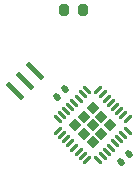
<source format=gtp>
%TF.GenerationSoftware,KiCad,Pcbnew,7.0.2-6a45011f42~172~ubuntu22.04.1*%
%TF.CreationDate,2023-05-29T16:58:52-07:00*%
%TF.ProjectId,comm_v0p5,636f6d6d-5f76-4307-9035-2e6b69636164,rev?*%
%TF.SameCoordinates,Original*%
%TF.FileFunction,Paste,Top*%
%TF.FilePolarity,Positive*%
%FSLAX46Y46*%
G04 Gerber Fmt 4.6, Leading zero omitted, Abs format (unit mm)*
G04 Created by KiCad (PCBNEW 7.0.2-6a45011f42~172~ubuntu22.04.1) date 2023-05-29 16:58:52*
%MOMM*%
%LPD*%
G01*
G04 APERTURE LIST*
G04 Aperture macros list*
%AMRoundRect*
0 Rectangle with rounded corners*
0 $1 Rounding radius*
0 $2 $3 $4 $5 $6 $7 $8 $9 X,Y pos of 4 corners*
0 Add a 4 corners polygon primitive as box body*
4,1,4,$2,$3,$4,$5,$6,$7,$8,$9,$2,$3,0*
0 Add four circle primitives for the rounded corners*
1,1,$1+$1,$2,$3*
1,1,$1+$1,$4,$5*
1,1,$1+$1,$6,$7*
1,1,$1+$1,$8,$9*
0 Add four rect primitives between the rounded corners*
20,1,$1+$1,$2,$3,$4,$5,0*
20,1,$1+$1,$4,$5,$6,$7,0*
20,1,$1+$1,$6,$7,$8,$9,0*
20,1,$1+$1,$8,$9,$2,$3,0*%
%AMRotRect*
0 Rectangle, with rotation*
0 The origin of the aperture is its center*
0 $1 length*
0 $2 width*
0 $3 Rotation angle, in degrees counterclockwise*
0 Add horizontal line*
21,1,$1,$2,0,0,$3*%
G04 Aperture macros list end*
%ADD10RoundRect,0.200000X0.200000X0.275000X-0.200000X0.275000X-0.200000X-0.275000X0.200000X-0.275000X0*%
%ADD11RoundRect,0.140000X0.021213X-0.219203X0.219203X-0.021213X-0.021213X0.219203X-0.219203X0.021213X0*%
%ADD12RoundRect,0.207500X-0.293449X0.000000X0.000000X-0.293449X0.293449X0.000000X0.000000X0.293449X0*%
%ADD13RoundRect,0.062500X-0.309359X0.220971X0.220971X-0.309359X0.309359X-0.220971X-0.220971X0.309359X0*%
%ADD14RoundRect,0.062500X-0.309359X-0.220971X-0.220971X-0.309359X0.309359X0.220971X0.220971X0.309359X0*%
%ADD15RoundRect,0.140000X-0.021213X0.219203X-0.219203X0.021213X0.021213X-0.219203X0.219203X-0.021213X0*%
%ADD16RotRect,0.400000X1.900000X225.000000*%
G04 APERTURE END LIST*
D10*
%TO.C,R5*%
X74993000Y-63144400D03*
X73343000Y-63144400D03*
%TD*%
D11*
%TO.C,C2*%
X78147689Y-76005611D03*
X78826511Y-75326789D03*
%TD*%
D12*
%TO.C,U1*%
X75776500Y-71458460D03*
X75048180Y-72186780D03*
X74319860Y-72915100D03*
X76504820Y-72186780D03*
X75776500Y-72915100D03*
X75048180Y-73643420D03*
X77233140Y-72915100D03*
X76504820Y-73643420D03*
X75776500Y-74371740D03*
D13*
X75290364Y-69954090D03*
X74936811Y-70307644D03*
X74583257Y-70661197D03*
X74229704Y-71014751D03*
X73876151Y-71368304D03*
X73522597Y-71721857D03*
X73169044Y-72075411D03*
X72815490Y-72428964D03*
D14*
X72815490Y-73401236D03*
X73169044Y-73754789D03*
X73522597Y-74108343D03*
X73876151Y-74461896D03*
X74229704Y-74815449D03*
X74583257Y-75169003D03*
X74936811Y-75522556D03*
X75290364Y-75876110D03*
D13*
X76262636Y-75876110D03*
X76616189Y-75522556D03*
X76969743Y-75169003D03*
X77323296Y-74815449D03*
X77676849Y-74461896D03*
X78030403Y-74108343D03*
X78383956Y-73754789D03*
X78737510Y-73401236D03*
D14*
X78737510Y-72428964D03*
X78383956Y-72075411D03*
X78030403Y-71721857D03*
X77676849Y-71368304D03*
X77323296Y-71014751D03*
X76969743Y-70661197D03*
X76616189Y-70307644D03*
X76262636Y-69954090D03*
%TD*%
D15*
%TO.C,C1*%
X73446511Y-69867389D03*
X72767689Y-70546211D03*
%TD*%
D16*
%TO.C,Y1*%
X70872928Y-68310172D03*
X70024400Y-69158700D03*
X69175872Y-70007228D03*
%TD*%
M02*

</source>
